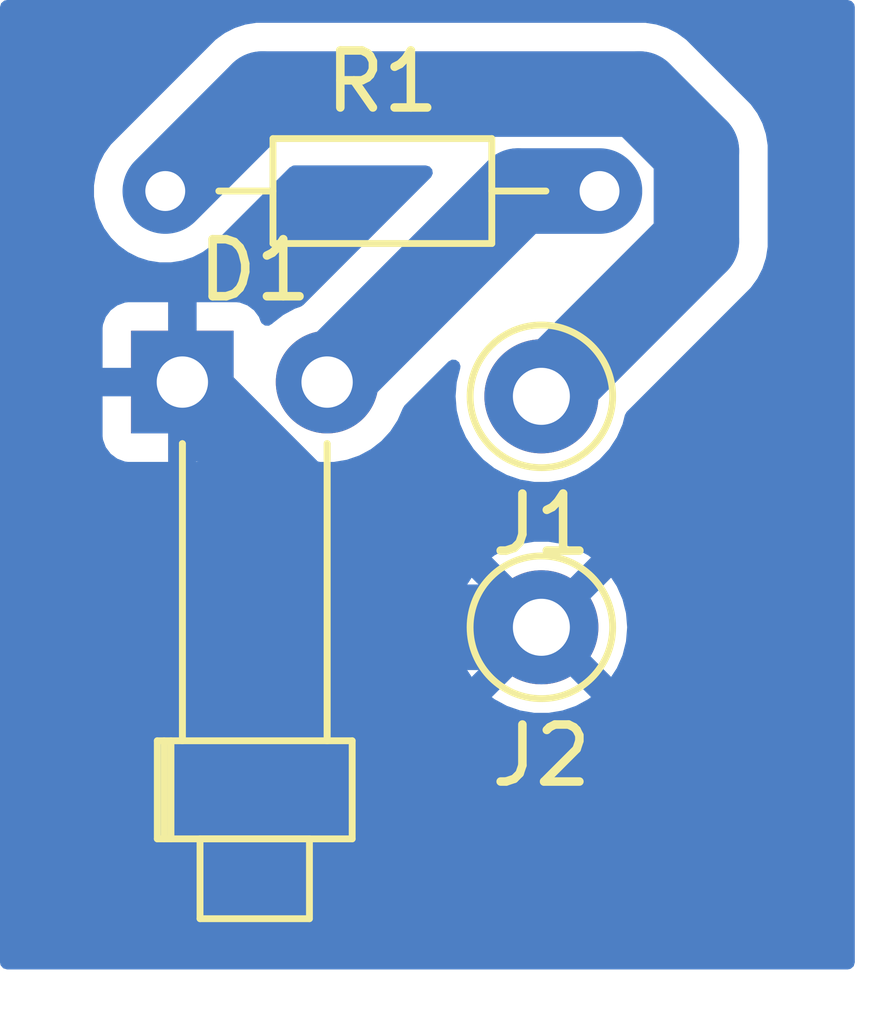
<source format=kicad_pcb>
(kicad_pcb (version 20240108) (generator "pcbnew") (generator_version "8.0")
  (layers (0 "F.Cu" signal) (31 "B.Cu" signal) (34 "B.Paste" user) (35 "F.Paste" user) (36 "B.SilkS" user "B.Silkscreen") (37 "F.SilkS" user "F.Silkscreen") (38 "B.Mask" user) (39 "F.Mask" user) (44 "Edge.Cuts" user))
  (net 0 "")
  (net 1 "GND")
  (net 2 "Net-(D1-A)")
  (net 3 "5V")
  (footprint "Resistor_THT:R_Axial_DIN0204_L3.6mm_D1.6mm_P7.62mm_Horizontal" (layer "F.Cu") (at 77.9 36.85)
    (property "Reference" "R1" (at 3.81 -1.92 0) (layer "F.SilkS"))
    (property "Value" "600")
    (fp_line (start 0.94 0) (end 1.89 0) (stroke (width 0.12)) (layer "F.SilkS"))
    (fp_line (start 1.89 -0.92) (end 1.89 0.92) (stroke (width 0.12)) (layer "F.SilkS"))
    (fp_line (start 1.89 0.92) (end 5.73 0.92) (stroke (width 0.12)) (layer "F.SilkS"))
    (fp_line (start 5.73 -0.92) (end 1.89 -0.92) (stroke (width 0.12)) (layer "F.SilkS"))
    (fp_line (start 5.73 0.92) (end 5.73 -0.92) (stroke (width 0.12)) (layer "F.SilkS"))
    (fp_line (start 6.68 0) (end 5.73 0) (stroke (width 0.12)) (layer "F.SilkS"))
    (pad "1" thru_hole circle (at 0 0) (size 1.4 1.4) (drill 0.7) (layers "*.Cu" "*.Mask") (net 3 "5V"))
    (pad "2" thru_hole oval (at 7.62 0) (size 1.4 1.4) (drill 0.7) (layers "*.Cu" "*.Mask") (net 2 "Net-(D1-A)"))
  )
  (footprint "Connector_Pin:Pin_D1.0mm_L10.0mm" (layer "F.Cu") (at 84.5 44.5)
    (property "Reference" "J2" (at 0 2.25 0) (layer "F.SilkS"))
    (property "Value" "Conn_01x01_Pin")
    (fp_circle (center 0 0) (end 1.25 0.05) (stroke (width 0.12)) (fill none) (layer "F.SilkS"))
    (pad "1" thru_hole circle (at 0 0) (size 2 2) (drill 1) (layers "*.Cu" "*.Mask") (net 1 "GND"))
  )
  (footprint "Connector_Pin:Pin_D1.0mm_L10.0mm" (layer "F.Cu") (at 84.5 40.45)
    (property "Reference" "J1" (at 0 2.25 0) (layer "F.SilkS"))
    (property "Value" "Conn_01x01_Pin")
    (fp_circle (center 0 0) (end 1.25 0.05) (stroke (width 0.12)) (fill none) (layer "F.SilkS"))
    (pad "1" thru_hole circle (at 0 0) (size 2 2) (drill 1) (layers "*.Cu" "*.Mask") (net 3 "5V"))
  )
  (footprint "LED_THT:LED_D1.8mm_W1.8mm_H2.4mm_Horizontal_O6.35mm_Z4.9mm" (layer "F.Cu") (at 78.2 40.2)
    (property "Reference" "D1" (at 1.27 -1.96 0) (layer "F.SilkS"))
    (property "Value" "LED")
    (fp_line (start -0.44 6.29) (end -0.44 8.01) (stroke (width 0.12)) (layer "F.SilkS"))
    (fp_line (start -0.44 8.01) (end 2.98 8.01) (stroke (width 0.12)) (layer "F.SilkS"))
    (fp_line (start -0.32 6.29) (end -0.32 8.01) (stroke (width 0.12)) (layer "F.SilkS"))
    (fp_line (start -0.2 6.29) (end -0.2 8.01) (stroke (width 0.12)) (layer "F.SilkS"))
    (fp_line (start 0 1.08) (end 0 1.08) (stroke (width 0.12)) (layer "F.SilkS"))
    (fp_line (start 0 1.08) (end 0 6.29) (stroke (width 0.12)) (layer "F.SilkS"))
    (fp_line (start 0 6.29) (end 0 1.08) (stroke (width 0.12)) (layer "F.SilkS"))
    (fp_line (start 0 6.29) (end 0 6.29) (stroke (width 0.12)) (layer "F.SilkS"))
    (fp_line (start 0.31 8.01) (end 0.31 9.41) (stroke (width 0.12)) (layer "F.SilkS"))
    (fp_line (start 0.31 9.41) (end 2.23 9.41) (stroke (width 0.12)) (layer "F.SilkS"))
    (fp_line (start 2.23 8.01) (end 0.31 8.01) (stroke (width 0.12)) (layer "F.SilkS"))
    (fp_line (start 2.23 9.41) (end 2.23 8.01) (stroke (width 0.12)) (layer "F.SilkS"))
    (fp_line (start 2.54 1.08) (end 2.54 1.08) (stroke (width 0.12)) (layer "F.SilkS"))
    (fp_line (start 2.54 1.08) (end 2.54 6.29) (stroke (width 0.12)) (layer "F.SilkS"))
    (fp_line (start 2.54 6.29) (end 2.54 1.08) (stroke (width 0.12)) (layer "F.SilkS"))
    (fp_line (start 2.54 6.29) (end 2.54 6.29) (stroke (width 0.12)) (layer "F.SilkS"))
    (fp_line (start 2.98 6.29) (end -0.44 6.29) (stroke (width 0.12)) (layer "F.SilkS"))
    (fp_line (start 2.98 8.01) (end 2.98 6.29) (stroke (width 0.12)) (layer "F.SilkS"))
    (pad "1" thru_hole rect (at 0 0) (size 1.8 1.8) (drill 0.9) (layers "*.Cu" "*.Mask") (net 1 "GND"))
    (pad "2" thru_hole circle (at 2.54 0) (size 1.8 1.8) (drill 0.9) (layers "*.Cu" "*.Mask") (net 2 "Net-(D1-A)"))
  )
  (segment (start 78.2 40.2) (end 78.2 40.276296) (width 1.5) (layer "F.Cu") (net 1))
  (segment (start 78.2 40.276296) (end 82.423704 44.5) (width 1.5) (layer "B.Cu") (net 1))
  (segment (start 82.423704 44.5) (end 84.5 44.5) (width 1.5) (layer "B.Cu") (net 1))
  (segment (start 80.74 40.2) (end 84.09 36.85) (width 1.5) (layer "B.Cu") (net 2))
  (segment (start 84.09 36.85) (end 85.52 36.85) (width 1.5) (layer "B.Cu") (net 2))
  (segment (start 87.22 37.73) (end 87.22 36.145837) (width 1.5) (layer "B.Cu") (net 3))
  (segment (start 79.6 35.15) (end 77.9 36.85) (width 1.5) (layer "B.Cu") (net 3))
  (segment (start 86.224163 35.15) (end 79.6 35.15) (width 1.5) (layer "B.Cu") (net 3))
  (segment (start 84.5 40.45) (end 87.22 37.73) (width 1.5) (layer "B.Cu") (net 3))
  (segment (start 87.22 36.145837) (end 86.224163 35.15) (width 1.5) (layer "B.Cu") (net 3))
  (zone (net 1) (net_name "GND") (layer "B.Cu") (connect_pads (clearance 0.5)) (min_thickness 0.25) (fill yes (thermal_gap 0.5) (thermal_bridge_width 0.5))
    (polygon (pts (xy 75 33.5) (xy 90 33.5) (xy 90 50.5) (xy 75 50.5)))
  )
)
</source>
